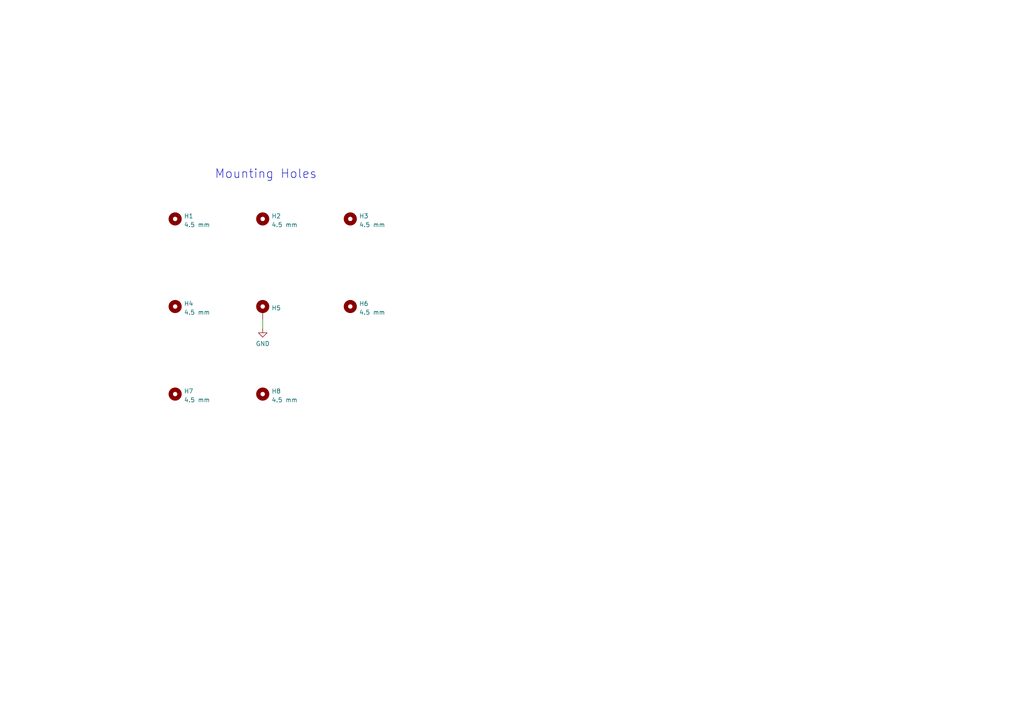
<source format=kicad_sch>
(kicad_sch (version 20211123) (generator eeschema)
  (paper "A4")
  (lib_symbols
    (symbol "GND_1" (power) (pin_names (offset 0))
      (property "Value" "GND_1" (at 0 -3.81 0))
      (symbol "GND_1_0_1"
        (polyline (pts (xy 0 0) (xy 0 -1.27) (xy 1.27 -1.27) (xy 0 -2.54) (xy -1.27 -1.27) (xy 0 -1.27)))
      )
      (symbol "GND_1_1_1"
        (pin power_in line (at 0 0 270) (length 0) hide (name "GND") (number "1"))
      )
    )
    (symbol "Mechanical:MountingHole" (pin_names (offset 1.016))
      (property "Reference" "H" (at 0 5.08 0))
      (property "Value" "MountingHole" (at 0 3.175 0))
      (symbol "MountingHole_0_1"
        (circle (center 0 0) (radius 1.27) (stroke (width 1.27)))
      )
    )
    (symbol "Mechanical:MountingHole_Pad" (pin_numbers hide) (pin_names (offset 1.016) hide)
      (property "Reference" "H" (at 0 6.35 0))
      (property "Value" "MountingHole_Pad" (at 0 4.445 0))
      (symbol "MountingHole_Pad_0_1"
        (circle (center 0 1.27) (radius 1.27) (stroke (width 1.27)))
      )
      (symbol "MountingHole_Pad_1_1"
        (pin input line (at 0 -2.54 90) (length 2.54) (name "1") (number "1"))
      )
    )
  )
  (wire (pts (xy 76.2 92.71) (xy 76.2 95.25)))
  (text "Mounting Holes" (at 62.23 52.07 0) (effects (font (size 2.543 2.543)) (justify left bottom)))
  (symbol (lib_id "Mechanical:MountingHole") (at 50.8 114.3 0) (unit 1)
    (property "Reference" "H7" (at 53.34 113.4653 0) (effects (justify left)))
    (property "Value" "4.5 mm" (at 53.34 116.0022 0) (effects (justify left)))
    (property "Footprint" "MountingHole:MountingHole_4.5mm" (effects hide))
  )
  (symbol (lib_id "Mechanical:MountingHole_Pad") (at 76.2 90.17 0) (unit 1)
    (property "Reference" "H5" (at 78.74 89.3338 0) (effects (justify left)))
    (property "Value" "MountingHole_Pad" (effects hide))
    (property "Footprint" "MountingHole:MountingHole_4.5mm_Pad_Via" (effects hide))
  )
  (symbol (lib_id "Mechanical:MountingHole") (at 101.6 63.5 0) (unit 1)
    (property "Reference" "H3" (at 104.14 62.6653 0) (effects (justify left)))
    (property "Value" "4.5 mm" (at 104.14 65.2022 0) (effects (justify left)))
    (property "Footprint" "MountingHole:MountingHole_4.5mm" (effects hide))
  )
  (symbol (lib_id "Mechanical:MountingHole") (at 76.2 114.3 0) (unit 1)
    (property "Reference" "H8" (at 78.74 113.4653 0) (effects (justify left)))
    (property "Value" "4.5 mm" (at 78.74 116.0022 0) (effects (justify left)))
    (property "Footprint" "MountingHole:MountingHole_4.5mm" (effects hide))
  )
  (symbol (lib_name "GND_1") (lib_id "power:GND") (at 76.2 95.25 0) (unit 1)
    (property "Reference" "#PWR0453" (effects hide))
    (property "Value" "GND" (at 76.2 99.6934 0))
  )
  (symbol (lib_id "Mechanical:MountingHole") (at 50.8 63.5 0) (unit 1)
    (property "Reference" "H1" (at 53.34 62.6653 0) (effects (justify left)))
    (property "Value" "4.5 mm" (at 53.34 65.2022 0) (effects (justify left)))
    (property "Footprint" "MountingHole:MountingHole_4.5mm" (effects hide))
  )
  (symbol (lib_id "Mechanical:MountingHole") (at 76.2 63.5 0) (unit 1)
    (property "Reference" "H2" (at 78.74 62.6653 0) (effects (justify left)))
    (property "Value" "4.5 mm" (at 78.74 65.2022 0) (effects (justify left)))
    (property "Footprint" "MountingHole:MountingHole_4.5mm" (effects hide))
  )
  (symbol (lib_id "Mechanical:MountingHole") (at 50.8 88.9 0) (unit 1)
    (property "Reference" "H4" (at 53.34 88.0653 0) (effects (justify left)))
    (property "Value" "4.5 mm" (at 53.34 90.6022 0) (effects (justify left)))
    (property "Footprint" "MountingHole:MountingHole_4.5mm" (effects hide))
  )
  (symbol (lib_id "Mechanical:MountingHole") (at 101.6 88.9 0) (unit 1)
    (property "Reference" "H6" (at 104.14 88.0653 0) (effects (justify left)))
    (property "Value" "4.5 mm" (at 104.14 90.6022 0) (effects (justify left)))
    (property "Footprint" "MountingHole:MountingHole_4.5mm" (effects hide))
  )
)
</source>
